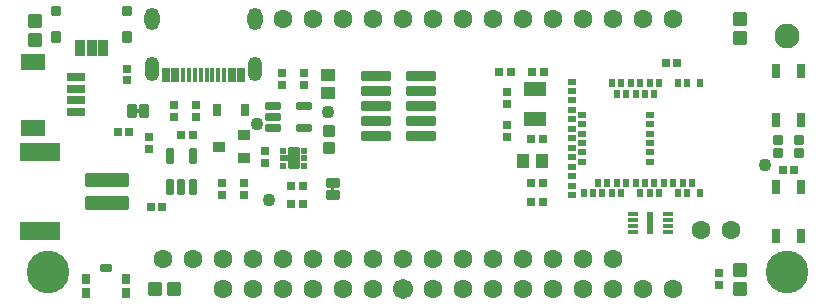
<source format=gts>
G04 Layer: TopSolderMaskLayer*
G04 EasyEDA Pro v2.2.40.8, 2025-11-29 03:04:21*
G04 Gerber Generator version 0.3*
G04 Scale: 100 percent, Rotated: No, Reflected: No*
G04 Dimensions in millimeters*
G04 Leading zeros omitted, absolute positions, 4 integers and 5 decimals*
G04 Generated by custom config*
%FSLAX45Y45*%
%MOMM*%
%AMRoundRect*1,1,$1,$2,$3*1,1,$1,$4,$5*1,1,$1,0-$2,0-$3*1,1,$1,0-$4,0-$5*20,1,$1,$2,$3,$4,$5,0*20,1,$1,$4,$5,0-$2,0-$3,0*20,1,$1,0-$2,0-$3,0-$4,0-$5,0*20,1,$1,0-$4,0-$5,$2,$3,0*4,1,4,$2,$3,$4,$5,0-$2,0-$3,0-$4,0-$5,$2,$3,0*%
%ADD10C,2.102*%
%ADD11C,3.602*%
%ADD12RoundRect,0.08906X-0.30647X-0.30647X-0.30647X0.30647*%
%ADD13C,1.602*%
%ADD14C,1.7032*%
%ADD15RoundRect,0.08478X-0.20864X-0.30859X-0.20864X0.30859*%
%ADD16RoundRect,0.08478X-0.30859X0.20864X0.30859X0.20864*%
%ADD17RoundRect,0.08906X-0.30647X0.30647X0.30647X0.30647*%
%ADD18RoundRect,0.0906X-0.33622X0.50602X0.33622X0.50602*%
%ADD19RoundRect,0.08996X-0.33622X0.50602X0.33622X0.50602*%
%ADD20RoundRect,0.08669X-0.28168X0.55667X0.28168X0.55667*%
%ADD21RoundRect,0.08002X-0.16X0.56X0.16X0.56*%
%ADD22O,1.20002X2.10002*%
%ADD23O,1.30002X1.90002*%
%ADD24RoundRect,0.09049X-0.35575X0.65575X0.35575X0.65575*%
%ADD25RoundRect,0.0911X-0.38046X0.45545X0.38046X0.45545*%
%ADD26RoundRect,0.09049X-0.38076X0.35576X0.38076X0.35576*%
%ADD27RoundRect,0.09336X-1.80432X-0.50432X-1.80432X0.50432*%
%ADD28RoundRect,0.0959X-1.64305X-0.75305X-1.64305X0.75305*%
%ADD29RoundRect,0.09459X-1.0037X-0.60365X-1.0037X0.60365*%
%ADD30RoundRect,0.08906X-0.68148X-0.30644X-0.68148X0.30644*%
%ADD31RoundRect,0.08982X-0.33109X-0.53109X-0.33109X0.53109*%
%ADD32RoundRect,0.0882X-0.28186X0.60685X0.28186X0.60685*%
%ADD33RoundRect,0.08952X-0.3212X0.42127X0.3212X0.42127*%
%ADD34RoundRect,0.09299X-0.50451X0.47951X0.50451X0.47951*%
%ADD35RoundRect,0.0882X-0.60685X-0.28186X-0.60685X0.28186*%
%ADD36RoundRect,0.08136X-0.36032X0.16032X0.36032X0.16032*%
%ADD37RoundRect,0.08478X-0.20861X-0.90861X-0.20861X0.90861*%
%ADD38RoundRect,0.09299X-0.47951X-0.50451X-0.47951X0.50451*%
%ADD39RoundRect,0.09164X-0.45514X-0.40523X-0.45514X0.40523*%
%ADD40RoundRect,0.09336X-0.90437X-0.50432X-0.90437X0.50432*%
%ADD41RoundRect,0.09049X-0.35577X0.35577X0.35577X0.35577*%
%ADD42RoundRect,0.09336X-0.50432X0.50432X0.50432X0.50432*%
%ADD43RoundRect,0.09098X-1.1955X-0.37546X-1.1955X0.37546*%
%ADD44RoundRect,0.09336X-0.50432X-0.50432X-0.50432X0.50432*%
%ADD45RoundRect,0.08571X-0.25714X0.40714X0.25714X0.40714*%
%ADD46RoundRect,0.08571X-0.45714X-0.25714X-0.45714X0.25714*%
%ADD47RoundRect,0.08996X-0.50602X-0.33622X-0.50602X0.33622*%
%ADD48C,1.1016*%
%ADD49RoundRect,0.09213X-0.42994X-0.42994X-0.42994X0.42994*%
%ADD50RoundRect,0.08359X-0.24903X-0.19401X-0.24903X0.19401*%
%ADD51RoundRect,0.08359X-0.409X-0.19401X-0.409X0.19401*%
%ADD52RoundRect,0.09224X-0.45468X0.85468X0.45468X0.85468*%
G75*


G04 Rect Start*
G36*
G01X1050000Y1645000D02*
G01X1050000Y1615000D01*
G01X1010000Y1615000D01*
G01X1010000Y1645000D01*
G01X1050000Y1645000D01*
G37*
G36*
G01X2665000Y990000D02*
G01X2695000Y990000D01*
G01X2695000Y950000D01*
G01X2665000Y950000D01*
G01X2665000Y990000D01*
G37*
G04 Rect End*

G04 Pad Start*
G54D10*
G01X6530000Y2270000D03*
G54D11*
G01X6530000Y270000D03*
G01X270000Y270000D03*
G54D12*
G01X4360000Y860000D03*
G01X4460000Y860000D03*
G01X4360000Y1020000D03*
G01X4460000Y1020000D03*
G54D13*
G01X3782000Y2413000D03*
G01X3528000Y2413000D03*
G01X4036000Y2413000D03*
G01X4290000Y2413000D03*
G01X4544000Y2413000D03*
G01X4798000Y2413000D03*
G01X5306000Y2413000D03*
G01X5052000Y2413000D03*
G01X3020000Y2413000D03*
G01X3274000Y2413000D03*
G01X2766000Y2413000D03*
G01X2512000Y2413000D03*
G01X2258000Y2413000D03*
G01X5560000Y2413000D03*
G01X1242000Y381000D03*
G01X1496000Y381000D03*
G01X3782000Y381000D03*
G01X3528000Y381000D03*
G01X4036000Y381000D03*
G01X4290000Y381000D03*
G01X4544000Y381000D03*
G01X4798000Y381000D03*
G01X5052000Y381000D03*
G01X3274000Y381000D03*
G54D14*
G01X3274000Y127000D03*
G54D13*
G01X5052000Y127000D03*
G01X5306000Y127000D03*
G01X4798000Y127000D03*
G01X4544000Y127000D03*
G01X4290000Y127000D03*
G01X4036000Y127000D03*
G01X5560000Y127000D03*
G01X3528000Y127000D03*
G01X3782000Y127000D03*
G01X3020000Y381000D03*
G01X2766000Y381000D03*
G01X2512000Y381000D03*
G01X2258000Y381000D03*
G01X2004000Y381000D03*
G01X1750000Y381000D03*
G01X1750000Y127000D03*
G01X2004000Y127000D03*
G01X2258000Y127000D03*
G01X2512000Y127000D03*
G01X2766000Y127000D03*
G01X3020000Y127000D03*
G54D15*
G01X5795006Y1864998D03*
G01X5604988Y1864998D03*
G01X5444994Y1864998D03*
G01X5404989Y1775006D03*
G01X5325004Y1775006D03*
G01X5244994Y1775006D03*
G01X5204989Y1864998D03*
G01X5165009Y1775006D03*
G01X5125004Y1864998D03*
G01X5084999Y1775006D03*
G01X5044994Y1864998D03*
G01X5284999Y1864998D03*
G54D16*
G01X4704990Y1880009D03*
G54D15*
G01X5365009Y1864998D03*
G54D16*
G01X4704990Y1799999D03*
G54D15*
G01X5684998Y1864998D03*
G54D16*
G01X4704990Y1719989D03*
G01X4704990Y1640005D03*
G01X4704990Y1559995D03*
G01X4704990Y1480010D03*
G01X4704990Y1400000D03*
G01X4704990Y1319990D03*
G01X4704990Y1240005D03*
G01X4795008Y1519990D03*
G01X4795008Y1440005D03*
G01X4795008Y1359995D03*
G01X4795008Y1280010D03*
G01X4795008Y1200000D03*
G01X4704990Y1000001D03*
G01X4704990Y1159995D03*
G01X4704990Y1080011D03*
G01X4704990Y919991D03*
G54D15*
G01X4804990Y935002D03*
G01X4885000Y935002D03*
G01X4965010Y935002D03*
G01X5004989Y1024994D03*
G01X5084999Y1024994D03*
G01X5044994Y935002D03*
G01X4925005Y1024994D03*
G54D16*
G01X4795008Y1600000D03*
G54D15*
G01X5125004Y935002D03*
G01X5165009Y1024994D03*
G01X5244994Y1024994D03*
G01X5284999Y935002D03*
G01X5325004Y1024994D03*
G01X5365009Y935002D03*
G01X5404989Y1024994D03*
G01X5444994Y935002D03*
G01X5484999Y1024994D03*
G01X5565009Y1024994D03*
G01X5604988Y935002D03*
G01X5644993Y1024994D03*
G01X5684998Y935002D03*
G01X5725003Y1024994D03*
G01X5795006Y935002D03*
G54D16*
G01X5365009Y1600000D03*
G01X5365009Y1519990D03*
G01X5365009Y1440005D03*
G01X5365009Y1359995D03*
G01X5365009Y1280010D03*
G01X5365009Y1200000D03*
G54D13*
G01X5796000Y620000D03*
G01X6050000Y620000D03*
G54D17*
G01X4160000Y1410000D03*
G01X4160000Y1510000D03*
G01X4160000Y1690000D03*
G01X4160000Y1790000D03*
G54D19*
G01X977930Y1630000D03*
G01X1082070Y1630000D03*
G54D20*
G01X1908002Y1932497D03*
G01X1827992Y1932497D03*
G54D21*
G01X1762993Y1932497D03*
G01X1712981Y1932497D03*
G01X1662994Y1932497D03*
G01X1613006Y1932497D03*
G01X1562994Y1932497D03*
G01X1513007Y1932497D03*
G01X1462994Y1932497D03*
G01X1412981Y1932497D03*
G54D20*
G01X1347983Y1932497D03*
G01X1267998Y1932497D03*
G54D22*
G01X2020499Y1987488D03*
G01X1155502Y1987488D03*
G54D23*
G01X2020499Y2407503D03*
G01X1155502Y2407503D03*
G54D24*
G01X740000Y2166495D03*
G01X640000Y2166495D03*
G01X540000Y2166495D03*
G54D25*
G01X342490Y2261491D03*
G54D26*
G01X342490Y2474000D03*
G01X937510Y2474000D03*
G54D25*
G01X937510Y2261491D03*
G54D27*
G01X769507Y1050000D03*
G01X769507Y850000D03*
G54D28*
G01X200493Y614999D03*
G01X200493Y1285000D03*
G54D29*
G01X141387Y2050010D03*
G54D30*
G01X508900Y1920012D03*
G01X508900Y1820013D03*
G01X508900Y1719987D03*
G01X508900Y1619988D03*
G54D29*
G01X141387Y1489990D03*
G54D31*
G01X6647500Y1967500D03*
G01X6647500Y1552500D03*
G01X6432500Y1967500D03*
G01X6432500Y1552500D03*
G01X6647500Y987500D03*
G01X6647500Y572500D03*
G01X6432500Y987500D03*
G01X6432500Y572500D03*
G54D12*
G01X1500000Y1430000D03*
G01X1400000Y1430000D03*
G54D17*
G01X1340000Y1580000D03*
G01X1340000Y1680000D03*
G01X1520000Y1580000D03*
G01X1520000Y1680000D03*
G54D32*
G01X1305004Y989977D03*
G01X1400000Y989977D03*
G01X1494996Y989977D03*
G01X1494996Y1250023D03*
G01X1305004Y1250023D03*
G54D17*
G01X1130000Y1410000D03*
G01X1130000Y1310000D03*
G01X1740000Y1020000D03*
G01X1740000Y920000D03*
G54D33*
G01X1935011Y1640000D03*
G01X1704989Y1640000D03*
G54D17*
G01X2440000Y1850000D03*
G01X2440000Y1950000D03*
G01X2250000Y1850000D03*
G01X2250000Y1950000D03*
G54D34*
G01X2640000Y1940000D03*
G01X2640000Y1780000D03*
G54D35*
G01X2179977Y1674996D03*
G01X2179977Y1580000D03*
G01X2179977Y1485004D03*
G01X2440023Y1485004D03*
G01X2440023Y1674996D03*
G54D36*
G01X5517307Y604994D03*
G01X5517307Y655032D03*
G01X5517307Y705019D03*
G01X5517307Y754981D03*
G01X5222667Y754981D03*
G01X5222667Y705019D03*
G01X5222667Y655032D03*
G01X5222667Y604994D03*
G54D37*
G01X5369987Y680000D03*
G54D38*
G01X4290000Y1210000D03*
G01X4450000Y1210000D03*
G54D39*
G01X1930000Y1235004D03*
G01X1719992Y1330000D03*
G01X1930000Y1424996D03*
G54D12*
G01X6490000Y1130000D03*
G01X6590000Y1130000D03*
G01X4460000Y1390000D03*
G01X4360000Y1390000D03*
G54D40*
G01X4390000Y1814993D03*
G01X4390000Y1565007D03*
G54D41*
G01X6631491Y1384991D03*
G01X6631491Y1275009D03*
G01X6448509Y1275009D03*
G01X6448509Y1384991D03*
G54D42*
G01X6130000Y287000D03*
G01X6130000Y127000D03*
G01X160000Y2230000D03*
G01X160000Y2390000D03*
G54D12*
G01X4190000Y1960000D03*
G01X4090000Y1960000D03*
G01X4470000Y1960000D03*
G01X4370000Y1960000D03*
G54D43*
G01X3051989Y1543000D03*
G01X3428011Y1543000D03*
G01X3051989Y1416000D03*
G01X3428011Y1416000D03*
G01X3051989Y1924000D03*
G01X3428011Y1924000D03*
G01X3051989Y1797000D03*
G01X3428011Y1797000D03*
G01X3051989Y1670000D03*
G01X3428011Y1670000D03*
G54D44*
G01X1180000Y120000D03*
G01X1340000Y120000D03*
G54D12*
G01X5500000Y2040000D03*
G01X5600000Y2040000D03*
G54D17*
G01X5950000Y260000D03*
G01X5950000Y160000D03*
G54D45*
G01X590000Y90002D03*
G01X930000Y90002D03*
G01X930000Y210001D03*
G54D46*
G01X760000Y300001D03*
G54D45*
G01X590000Y210001D03*
G54D17*
G01X1929999Y920000D03*
G01X1929999Y1020000D03*
G01X940000Y1890001D03*
G01X940000Y1990001D03*
G54D42*
G01X6130000Y2253000D03*
G01X6130000Y2413000D03*
G54D12*
G01X1240000Y820000D03*
G01X1140000Y820000D03*
G01X960000Y1450000D03*
G01X860000Y1450000D03*
G01X2330000Y840000D03*
G01X2430000Y840000D03*
G54D47*
G01X2680000Y917930D03*
G01X2680000Y1022070D03*
G54D17*
G01X2110001Y1290000D03*
G01X2110001Y1190001D03*
G54D12*
G01X2430000Y1000000D03*
G01X2330000Y1000000D03*
G54D48*
G01X6339000Y1170000D03*
G01X2040000Y1520000D03*
G01X2640000Y1620000D03*
G01X2140000Y880000D03*
G54D49*
G01X2650001Y1317484D03*
G01X2650001Y1462518D03*
G54D50*
G01X2440001Y1229988D03*
G01X2440001Y1165025D03*
G01X2440001Y1294926D03*
G01X2260002Y1294976D03*
G54D51*
G01X2276011Y1229988D03*
G54D50*
G01X2260002Y1165025D03*
G54D52*
G01X2350128Y1229988D03*
G04 Pad End*

M02*


</source>
